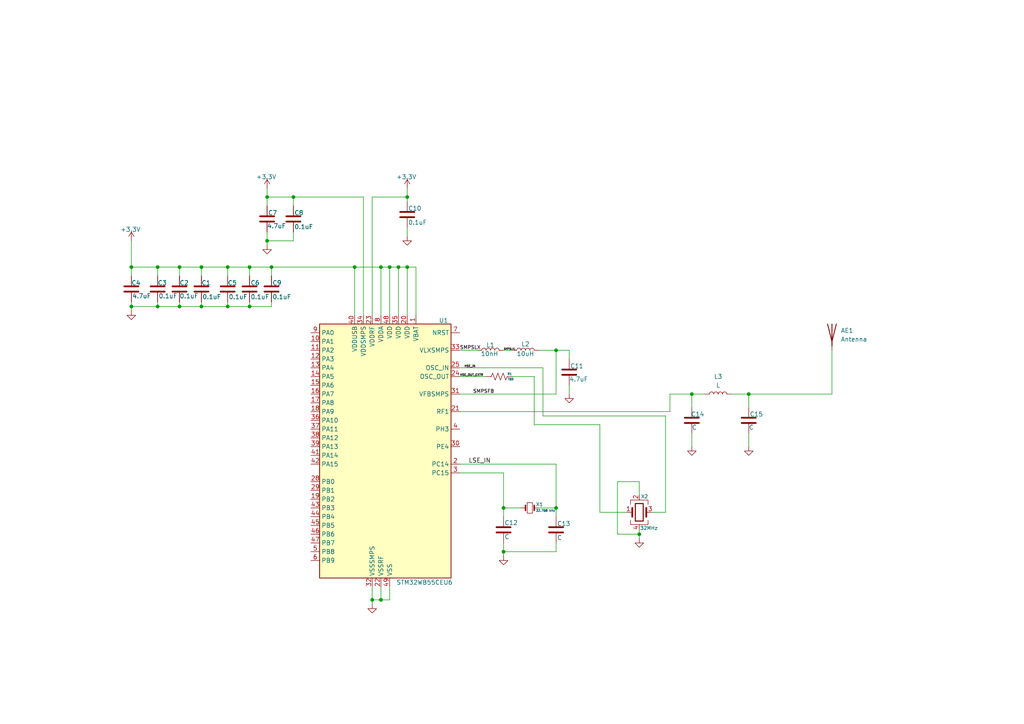
<source format=kicad_sch>
(kicad_sch (version 20231120) (generator "eeschema") (generator_version "8.0")
  (paper "A4")
  (lib_symbols
    (symbol "Device:Antenna" (pin_numbers hide) (pin_names (offset 1.016) hide)
      (property "Reference" "AE" (at -1.905 1.905 0))
      (property "Value" "Antenna" (at -1.905 0 0))
      (symbol "Antenna_0_1"
        (polyline (pts (xy 0 2.54) (xy 0 -3.81)) (stroke (width 0.254)))
        (polyline (pts (xy 1.27 2.54) (xy 0 -2.54) (xy -1.27 2.54)) (stroke (width 0.254)))
      )
      (symbol "Antenna_1_1"
        (pin input line (at 0 -5.08 90) (length 2.54) (name "A") (number "1"))
      )
    )
    (symbol "Device:C" (pin_numbers hide) (pin_names (offset 0.254))
      (property "Reference" "C" (at 0.635 2.54 0))
      (property "Value" "C" (at 0.635 -2.54 0))
      (symbol "C_0_1"
        (polyline (pts (xy -2.032 -0.762) (xy 2.032 -0.762)) (stroke (width 0.508)))
        (polyline (pts (xy -2.032 0.762) (xy 2.032 0.762)) (stroke (width 0.508)))
      )
      (symbol "C_1_1"
        (pin passive line (at 0 3.81 270) (length 2.794) (name "~") (number "1"))
        (pin passive line (at 0 -3.81 90) (length 2.794) (name "~") (number "2"))
      )
    )
    (symbol "Device:Crystal_GND24" (pin_names (offset 1.016) hide)
      (property "Reference" "Y" (at 3.175 5.08 0))
      (property "Value" "Crystal_GND24" (at 3.175 3.175 0))
      (symbol "Crystal_GND24_0_1"
        (rectangle (start -1.143 2.54) (end 1.143 -2.54) (stroke (width 0.3048)))
        (polyline (pts (xy -2.54 0) (xy -2.032 0)))
        (polyline (pts (xy -2.032 -1.27) (xy -2.032 1.27)) (stroke (width 0.508)))
        (polyline (pts (xy 0 -3.81) (xy 0 -3.556)))
        (polyline (pts (xy 0 3.556) (xy 0 3.81)))
        (polyline (pts (xy 2.032 -1.27) (xy 2.032 1.27)) (stroke (width 0.508)))
        (polyline (pts (xy 2.032 0) (xy 2.54 0)))
        (polyline (pts (xy -2.54 -2.286) (xy -2.54 -3.556) (xy 2.54 -3.556) (xy 2.54 -2.286)))
        (polyline (pts (xy -2.54 2.286) (xy -2.54 3.556) (xy 2.54 3.556) (xy 2.54 2.286)))
      )
      (symbol "Crystal_GND24_1_1"
        (pin passive line (at -3.81 0 0) (length 1.27) (name "1") (number "1"))
        (pin passive line (at 0 5.08 270) (length 1.27) (name "2") (number "2"))
        (pin passive line (at 3.81 0 180) (length 1.27) (name "3") (number "3"))
        (pin passive line (at 0 -5.08 90) (length 1.27) (name "4") (number "4"))
      )
    )
    (symbol "Device:L" (pin_numbers hide) (pin_names (offset 1.016) hide)
      (property "Reference" "L" (at -1.27 0 90))
      (property "Value" "L" (at 1.905 0 90))
      (symbol "L_0_1"
        (arc (start 0 -2.54) (mid 0.6323 -1.905) (end 0 -1.27))
        (arc (start 0 -1.27) (mid 0.6323 -0.635) (end 0 0))
        (arc (start 0 0) (mid 0.6323 0.635) (end 0 1.27))
        (arc (start 0 1.27) (mid 0.6323 1.905) (end 0 2.54))
      )
      (symbol "L_1_1"
        (pin passive line (at 0 3.81 270) (length 1.27) (name "1") (number "1"))
        (pin passive line (at 0 -3.81 90) (length 1.27) (name "2") (number "2"))
      )
    )
    (symbol "MCU_ST_STM32WB:STM32WB55CEUx"
      (property "Reference" "U" (at -17.78 39.37 0))
      (property "Value" "STM32WB55CEUx" (at 12.7 39.37 0))
      (symbol "STM32WB55CEUx_0_1"
        (rectangle (start -17.78 -35.56) (end 20.32 38.1) (stroke (width 0.254)) (fill (type background)))
      )
      (symbol "STM32WB55CEUx_1_1"
        (pin power_in line (at -7.62 40.64 270) (length 2.54) (name "VBAT") (number "1"))
        (pin bidirectional line (at 22.86 33.02 180) (length 2.54) (name "PA1") (number "10"))
        (pin bidirectional line (at 22.86 30.48 180) (length 2.54) (name "PA2") (number "11"))
        (pin bidirectional line (at 22.86 27.94 180) (length 2.54) (name "PA3") (number "12"))
        (pin bidirectional line (at 22.86 25.4 180) (length 2.54) (name "PA4") (number "13"))
        (pin bidirectional line (at 22.86 22.86 180) (length 2.54) (name "PA5") (number "14"))
        (pin bidirectional line (at 22.86 20.32 180) (length 2.54) (name "PA6") (number "15"))
        (pin bidirectional line (at 22.86 17.78 180) (length 2.54) (name "PA7") (number "16"))
        (pin bidirectional line (at 22.86 15.24 180) (length 2.54) (name "PA8") (number "17"))
        (pin bidirectional line (at 22.86 12.7 180) (length 2.54) (name "PA9") (number "18"))
        (pin bidirectional line (at 22.86 -12.7 180) (length 2.54) (name "PB2") (number "19"))
        (pin bidirectional line (at -20.32 -2.54 0) (length 2.54) (name "PC14") (number "2"))
        (pin power_in line (at -5.08 40.64 270) (length 2.54) (name "VDD") (number "20"))
        (pin bidirectional line (at -20.32 12.7 0) (length 2.54) (name "RF1") (number "21"))
        (pin power_in line (at 2.54 -38.1 90) (length 2.54) (name "VSSRF") (number "22"))
        (pin power_in line (at 5.08 40.64 270) (length 2.54) (name "VDDRF") (number "23"))
        (pin input line (at -20.32 22.86 0) (length 2.54) (name "OSC_OUT") (number "24"))
        (pin input line (at -20.32 25.4 0) (length 2.54) (name "OSC_IN") (number "25"))
        (pin no_connect line (at -17.78 -35.56 0) (length 2.54) hide (name "AT0") (number "26"))
        (pin no_connect line (at -17.78 -33.02 0) (length 2.54) hide (name "AT1") (number "27"))
        (pin bidirectional line (at 22.86 -7.62 180) (length 2.54) (name "PB0") (number "28"))
        (pin bidirectional line (at 22.86 -10.16 180) (length 2.54) (name "PB1") (number "29"))
        (pin bidirectional line (at -20.32 -5.08 0) (length 2.54) (name "PC15") (number "3"))
        (pin bidirectional line (at -20.32 2.54 0) (length 2.54) (name "PE4") (number "30"))
        (pin input line (at -20.32 17.78 0) (length 2.54) (name "VFBSMPS") (number "31"))
        (pin power_in line (at 5.08 -38.1 90) (length 2.54) (name "VSSSMPS") (number "32"))
        (pin power_in line (at -20.32 30.48 0) (length 2.54) (name "VLXSMPS") (number "33"))
        (pin power_in line (at 7.62 40.64 270) (length 2.54) (name "VDDSMPS") (number "34"))
        (pin power_in line (at -2.54 40.64 270) (length 2.54) (name "VDD") (number "35"))
        (pin bidirectional line (at 22.86 10.16 180) (length 2.54) (name "PA10") (number "36"))
        (pin bidirectional line (at 22.86 7.62 180) (length 2.54) (name "PA11") (number "37"))
        (pin bidirectional line (at 22.86 5.08 180) (length 2.54) (name "PA12") (number "38"))
        (pin bidirectional line (at 22.86 2.54 180) (length 2.54) (name "PA13") (number "39"))
        (pin bidirectional line (at -20.32 7.62 0) (length 2.54) (name "PH3") (number "4"))
        (pin power_in line (at 10.16 40.64 270) (length 2.54) (name "VDDUSB") (number "40"))
        (pin bidirectional line (at 22.86 0 180) (length 2.54) (name "PA14") (number "41"))
        (pin bidirectional line (at 22.86 -2.54 180) (length 2.54) (name "PA15") (number "42"))
        (pin bidirectional line (at 22.86 -15.24 180) (length 2.54) (name "PB3") (number "43"))
        (pin bidirectional line (at 22.86 -17.78 180) (length 2.54) (name "PB4") (number "44"))
        (pin bidirectional line (at 22.86 -20.32 180) (length 2.54) (name "PB5") (number "45"))
        (pin bidirectional line (at 22.86 -22.86 180) (length 2.54) (name "PB6") (number "46"))
        (pin bidirectional line (at 22.86 -25.4 180) (length 2.54) (name "PB7") (number "47"))
        (pin power_in line (at 0 40.64 270) (length 2.54) (name "VDD") (number "48"))
        (pin power_in line (at 0 -38.1 90) (length 2.54) (name "VSS") (number "49"))
        (pin bidirectional line (at 22.86 -27.94 180) (length 2.54) (name "PB8") (number "5"))
        (pin bidirectional line (at 22.86 -30.48 180) (length 2.54) (name "PB9") (number "6"))
        (pin input line (at -20.32 35.56 0) (length 2.54) (name "NRST") (number "7"))
        (pin power_in line (at 2.54 40.64 270) (length 2.54) (name "VDDA") (number "8"))
        (pin bidirectional line (at 22.86 35.56 180) (length 2.54) (name "PA0") (number "9"))
      )
    )
    (symbol "SparkFun-Capacitor:0.1uF_0603_25V_20%" (pin_numbers hide) (pin_names (offset 0.254))
      (property "Reference" "C" (at 0.635 2.54 0))
      (property "Value" "0.1uF" (at 0.635 -2.54 0))
      (property "Voltage" "25V" (at 0 -6.35 0))
      (property "Tolerance" "20%" (at 0 -8.89 0))
      (symbol "0.1uF_0603_25V_20%_0_1"
        (polyline (pts (xy -2.032 -0.762) (xy 2.032 -0.762)) (stroke (width 0.508)))
        (polyline (pts (xy -2.032 0.762) (xy 2.032 0.762)) (stroke (width 0.508)))
      )
      (symbol "0.1uF_0603_25V_20%_1_1"
        (pin passive line (at 0 3.81 270) (length 2.794) (name "~") (number "1"))
        (pin passive line (at 0 -3.81 90) (length 2.794) (name "~") (number "2"))
      )
    )
    (symbol "SparkFun-Capacitor:4.7uF_0603_35V_20%" (pin_numbers hide) (pin_names (offset 0.254))
      (property "Reference" "C" (at 0.635 2.54 0))
      (property "Value" "4.7uF" (at 0.635 -2.54 0))
      (property "Voltage" "35V" (at 0 -6.35 0))
      (property "Tolerance" "20%" (at 0 -8.89 0))
      (symbol "4.7uF_0603_35V_20%_0_1"
        (polyline (pts (xy -2.032 -0.762) (xy 2.032 -0.762)) (stroke (width 0.508)))
        (polyline (pts (xy -2.032 0.762) (xy 2.032 0.762)) (stroke (width 0.508)))
      )
      (symbol "4.7uF_0603_35V_20%_1_1"
        (pin passive line (at 0 3.81 270) (length 2.794) (name "~") (number "1"))
        (pin passive line (at 0 -3.81 90) (length 2.794) (name "~") (number "2"))
      )
    )
    (symbol "SparkFun-Clock:Crystal" (pin_numbers hide) (pin_names (offset 1.016) hide)
      (property "Reference" "Y" (at 0 2.54 0))
      (property "Value" "Crystal" (at 0 -2.54 0))
      (symbol "Crystal_0_1"
        (rectangle (start -0.762 -1.524) (end 0.762 1.524))
        (polyline (pts (xy -1.27 -0.762) (xy -1.27 0.762)) (stroke (width 0.381)))
        (polyline (pts (xy 1.27 -0.762) (xy 1.27 0.762)) (stroke (width 0.381)))
      )
      (symbol "Crystal_1_1"
        (pin passive line (at -2.54 0 0) (length 1.27) (name "1") (number "1"))
        (pin passive line (at 2.54 0 180) (length 1.27) (name "2") (number "2"))
      )
    )
    (symbol "SparkFun-Resistor:330_0603" (pin_numbers hide) (pin_names (offset 0))
      (property "Reference" "R" (at 0 -2.54 0))
      (property "Value" "330" (at 0 2.54 0))
      (symbol "330_0603_0_1"
        (polyline (pts (xy -2.286 0) (xy -2.54 0)))
        (polyline (pts (xy 2.286 0) (xy 2.54 0)))
        (polyline (pts (xy -0.762 0) (xy -1.143 -1.016) (xy -1.524 0) (xy -1.905 1.016) (xy -2.286 0)))
        (polyline (pts (xy 0.762 0) (xy 0.381 -1.016) (xy 0 0) (xy -0.381 1.016) (xy -0.762 0)))
        (polyline (pts (xy 2.286 0) (xy 1.905 -1.016) (xy 1.524 0) (xy 1.143 1.016) (xy 0.762 0)))
      )
      (symbol "330_0603_1_1"
        (pin passive line (at 3.81 0 180) (length 1.27) (name "~") (number "1"))
        (pin passive line (at -3.81 0 0) (length 1.27) (name "~") (number "2"))
      )
    )
    (symbol "power:+3.3V" (power) (pin_numbers hide) (pin_names (offset 0) hide)
      (property "Value" "+3.3V" (at 0 3.556 0))
      (symbol "+3.3V_0_1"
        (polyline (pts (xy -0.762 1.27) (xy 0 2.54)))
        (polyline (pts (xy 0 0) (xy 0 2.54)))
        (polyline (pts (xy 0 2.54) (xy 0.762 1.27)))
      )
      (symbol "+3.3V_1_1"
        (pin power_in line (at 0 0 90) (length 0) (name "~") (number "1"))
      )
    )
    (symbol "power:GND" (power) (pin_numbers hide) (pin_names (offset 0) hide)
      (property "Value" "GND" (at 0 -3.81 0))
      (symbol "GND_0_1"
        (polyline (pts (xy 0 0) (xy 0 -1.27) (xy 1.27 -1.27) (xy 0 -2.54) (xy -1.27 -1.27) (xy 0 -1.27)))
      )
      (symbol "GND_1_1"
        (pin power_in line (at 0 0 270) (length 0) (name "~") (number "1"))
      )
    )
  )
  (junction (at 77.47 57.15))
  (junction (at 185.42 154.94))
  (junction (at 58.42 88.9))
  (junction (at 78.74 77.47))
  (junction (at 38.1 77.47))
  (junction (at 77.47 69.85))
  (junction (at 118.11 77.47))
  (junction (at 118.11 57.15))
  (junction (at 58.42 77.47))
  (junction (at 52.07 88.9))
  (junction (at 146.05 147.32))
  (junction (at 217.17 114.3))
  (junction (at 45.72 77.47))
  (junction (at 85.09 57.15))
  (junction (at 72.39 77.47))
  (junction (at 107.95 173.99))
  (junction (at 66.04 88.9))
  (junction (at 200.66 114.3))
  (junction (at 52.07 77.47))
  (junction (at 110.49 173.99))
  (junction (at 45.72 88.9))
  (junction (at 115.57 77.47))
  (junction (at 161.29 147.32))
  (junction (at 66.04 77.47))
  (junction (at 110.49 77.47))
  (junction (at 102.87 77.47))
  (junction (at 38.1 88.9))
  (junction (at 146.05 160.02))
  (junction (at 161.29 101.6))
  (junction (at 113.03 77.47))
  (junction (at 72.39 88.9))
  (wire (pts (xy 179.07 139.7) (xy 179.07 154.94)))
  (wire (pts (xy 105.41 91.44) (xy 105.41 57.15)))
  (wire (pts (xy 52.07 87.63) (xy 52.07 88.9)))
  (wire (pts (xy 77.47 57.15) (xy 77.47 59.69)))
  (wire (pts (xy 161.29 134.62) (xy 161.29 147.32)))
  (wire (pts (xy 193.04 120.65) (xy 157.48 120.65)))
  (wire (pts (xy 115.57 91.44) (xy 115.57 77.47)))
  (wire (pts (xy 212.09 114.3) (xy 217.17 114.3)))
  (wire (pts (xy 113.03 170.18) (xy 113.03 173.99)))
  (wire (pts (xy 185.42 139.7) (xy 179.07 139.7)))
  (wire (pts (xy 107.95 173.99) (xy 107.95 175.26)))
  (wire (pts (xy 193.04 148.59) (xy 193.04 120.65)))
  (wire (pts (xy 58.42 87.63) (xy 58.42 88.9)))
  (wire (pts (xy 45.72 80.01) (xy 45.72 77.47)))
  (wire (pts (xy 118.11 66.04) (xy 118.11 68.58)))
  (wire (pts (xy 194.31 119.38) (xy 194.31 114.3)))
  (wire (pts (xy 58.42 88.9) (xy 52.07 88.9)))
  (wire (pts (xy 52.07 77.47) (xy 58.42 77.47)))
  (wire (pts (xy 120.65 91.44) (xy 120.65 77.47)))
  (wire (pts (xy 161.29 160.02) (xy 146.05 160.02)))
  (wire (pts (xy 179.07 154.94) (xy 185.42 154.94)))
  (wire (pts (xy 113.03 91.44) (xy 113.03 77.47)))
  (wire (pts (xy 72.39 87.63) (xy 72.39 88.9)))
  (wire (pts (xy 148.59 109.22) (xy 154.94 109.22)))
  (wire (pts (xy 189.23 148.59) (xy 193.04 148.59)))
  (wire (pts (xy 173.99 123.19) (xy 154.94 123.19)))
  (wire (pts (xy 85.09 67.31) (xy 85.09 69.85)))
  (wire (pts (xy 77.47 57.15) (xy 77.47 54.61)))
  (wire (pts (xy 161.29 114.3) (xy 161.29 101.6)))
  (wire (pts (xy 58.42 80.01) (xy 58.42 77.47)))
  (wire (pts (xy 78.74 88.9) (xy 72.39 88.9)))
  (wire (pts (xy 154.94 123.19) (xy 154.94 109.22)))
  (wire (pts (xy 72.39 77.47) (xy 72.39 80.01)))
  (wire (pts (xy 115.57 77.47) (xy 113.03 77.47)))
  (wire (pts (xy 161.29 101.6) (xy 156.21 101.6)))
  (wire (pts (xy 105.41 57.15) (xy 85.09 57.15)))
  (wire (pts (xy 38.1 77.47) (xy 45.72 77.47)))
  (wire (pts (xy 85.09 69.85) (xy 77.47 69.85)))
  (wire (pts (xy 113.03 77.47) (xy 110.49 77.47)))
  (wire (pts (xy 102.87 77.47) (xy 78.74 77.47)))
  (wire (pts (xy 200.66 114.3) (xy 200.66 118.11)))
  (wire (pts (xy 110.49 77.47) (xy 110.49 91.44)))
  (wire (pts (xy 146.05 157.48) (xy 146.05 160.02)))
  (wire (pts (xy 165.1 101.6) (xy 161.29 101.6)))
  (wire (pts (xy 161.29 147.32) (xy 156.21 147.32)))
  (wire (pts (xy 78.74 77.47) (xy 72.39 77.47)))
  (wire (pts (xy 133.35 119.38) (xy 194.31 119.38)))
  (wire (pts (xy 133.35 134.62) (xy 161.29 134.62)))
  (wire (pts (xy 151.13 147.32) (xy 146.05 147.32)))
  (wire (pts (xy 118.11 57.15) (xy 118.11 54.61)))
  (wire (pts (xy 66.04 77.47) (xy 72.39 77.47)))
  (wire (pts (xy 146.05 147.32) (xy 146.05 149.86)))
  (wire (pts (xy 110.49 77.47) (xy 102.87 77.47)))
  (wire (pts (xy 165.1 111.76) (xy 165.1 114.3)))
  (wire (pts (xy 146.05 160.02) (xy 146.05 161.29)))
  (wire (pts (xy 110.49 173.99) (xy 107.95 173.99)))
  (wire (pts (xy 133.35 109.22) (xy 140.97 109.22)))
  (wire (pts (xy 38.1 69.85) (xy 38.1 77.47)))
  (wire (pts (xy 181.61 148.59) (xy 173.99 148.59)))
  (wire (pts (xy 217.17 125.73) (xy 217.17 129.54)))
  (wire (pts (xy 107.95 91.44) (xy 107.95 57.15)))
  (wire (pts (xy 217.17 114.3) (xy 217.17 118.11)))
  (wire (pts (xy 102.87 91.44) (xy 102.87 77.47)))
  (wire (pts (xy 85.09 57.15) (xy 85.09 59.69)))
  (wire (pts (xy 133.35 114.3) (xy 161.29 114.3)))
  (wire (pts (xy 45.72 77.47) (xy 52.07 77.47)))
  (wire (pts (xy 107.95 170.18) (xy 107.95 173.99)))
  (wire (pts (xy 110.49 170.18) (xy 110.49 173.99)))
  (wire (pts (xy 66.04 87.63) (xy 66.04 88.9)))
  (wire (pts (xy 66.04 88.9) (xy 58.42 88.9)))
  (wire (pts (xy 157.48 120.65) (xy 157.48 106.68)))
  (wire (pts (xy 52.07 88.9) (xy 45.72 88.9)))
  (wire (pts (xy 52.07 80.01) (xy 52.07 77.47)))
  (wire (pts (xy 66.04 77.47) (xy 66.04 80.01)))
  (wire (pts (xy 118.11 77.47) (xy 115.57 77.47)))
  (wire (pts (xy 78.74 77.47) (xy 78.74 80.01)))
  (wire (pts (xy 58.42 77.47) (xy 66.04 77.47)))
  (wire (pts (xy 146.05 137.16) (xy 133.35 137.16)))
  (wire (pts (xy 161.29 147.32) (xy 161.29 149.86)))
  (wire (pts (xy 217.17 114.3) (xy 241.3 114.3)))
  (wire (pts (xy 194.31 114.3) (xy 200.66 114.3)))
  (wire (pts (xy 173.99 148.59) (xy 173.99 123.19)))
  (wire (pts (xy 185.42 153.67) (xy 185.42 154.94)))
  (wire (pts (xy 45.72 87.63) (xy 45.72 88.9)))
  (wire (pts (xy 241.3 114.3) (xy 241.3 101.6)))
  (wire (pts (xy 118.11 57.15) (xy 118.11 58.42)))
  (wire (pts (xy 120.65 77.47) (xy 118.11 77.47)))
  (wire (pts (xy 45.72 88.9) (xy 38.1 88.9)))
  (wire (pts (xy 185.42 143.51) (xy 185.42 139.7)))
  (wire (pts (xy 146.05 101.6) (xy 148.59 101.6)))
  (wire (pts (xy 200.66 125.73) (xy 200.66 129.54)))
  (wire (pts (xy 165.1 104.14) (xy 165.1 101.6)))
  (wire (pts (xy 38.1 88.9) (xy 38.1 90.17)))
  (wire (pts (xy 77.47 67.31) (xy 77.47 69.85)))
  (wire (pts (xy 118.11 91.44) (xy 118.11 77.47)))
  (wire (pts (xy 161.29 157.48) (xy 161.29 160.02)))
  (wire (pts (xy 157.48 106.68) (xy 133.35 106.68)))
  (wire (pts (xy 113.03 173.99) (xy 110.49 173.99)))
  (wire (pts (xy 38.1 87.63) (xy 38.1 88.9)))
  (wire (pts (xy 107.95 57.15) (xy 118.11 57.15)))
  (wire (pts (xy 38.1 80.01) (xy 38.1 77.47)))
  (wire (pts (xy 72.39 88.9) (xy 66.04 88.9)))
  (wire (pts (xy 85.09 57.15) (xy 77.47 57.15)))
  (wire (pts (xy 77.47 69.85) (xy 77.47 71.12)))
  (wire (pts (xy 133.35 101.6) (xy 138.43 101.6)))
  (wire (pts (xy 185.42 154.94) (xy 185.42 156.21)))
  (wire (pts (xy 200.66 114.3) (xy 204.47 114.3)))
  (wire (pts (xy 146.05 147.32) (xy 146.05 137.16)))
  (wire (pts (xy 78.74 87.63) (xy 78.74 88.9)))
  (label "SMPSLXL" (at 146.05 101.6 0) (effects (font (size 0.508 0.508))))
  (label "HSE_OUT_EXTR" (at 133.35 109.22 0) (effects (font (size 0.6096 0.6096))))
  (label "SMPSLX" (at 133.35 101.6 0) (effects (font (size 1.016 1.016))))
  (label "LSE_IN" (at 135.89 134.62 0))
  (label "SMPSFB" (at 137.16 114.3 0) (effects (font (size 1.016 1.016))))
  (label "HSE_IN" (at 134.62 106.68 0) (effects (font (size 0.6096 0.6096))))
  (symbol (lib_id "SparkFun-Capacitor:0.1uF_0603_25V_20%") (at 78.74 83.82 0) (unit 1)
    (property "Reference" "C9" (at 78.994 82.042 0) (effects (justify left)))
    (property "Value" "0.1uF" (at 78.994 86.106 0) (effects (justify left)))
    (property "Footprint" "SparkFun-Capacitor:C_0603_1608Metric" (effects (hide yes)))
    (property "Datasheet" "https://cdn.sparkfun.com/assets/8/a/4/a/5/Kemet_Capacitor_Datasheet.pdf" (effects (hide yes)))
    (property "Description" "Unpolarized capacitor" (effects (hide yes)))
    (property "PROD_ID" "CAP-00810" (effects (hide yes)))
    (property "Voltage" "25V" (effects (hide yes)))
    (property "Tolerance" "20%" (effects (hide yes)))
  )
  (symbol (lib_id "power:+3.3V") (at 77.47 54.61 0) (unit 1)
    (property "Reference" "#PWR03" (effects (hide yes)))
    (property "Value" "+3.3V" (at 77.216 51.308 0))
    (property "Description" "Power symbol creates a global label with name \"+3.3V\"" (effects (hide yes)))
  )
  (symbol (lib_id "power:GND") (at 217.17 129.54 0) (unit 1)
    (property "Reference" "#PWR012" (effects (hide yes)))
    (property "Value" "GND" (effects (hide yes)))
    (property "Description" "Power symbol creates a global label with name \"GND\" , ground" (effects (hide yes)))
  )
  (symbol (lib_id "Device:C") (at 200.66 121.92 0) (unit 1)
    (property "Reference" "C14" (at 200.406 120.142 0) (effects (justify left)))
    (property "Value" "C" (at 200.66 123.952 0) (effects (justify left)))
    (property "Description" "Unpolarized capacitor" (effects (hide yes)))
  )
  (symbol (lib_id "Device:C") (at 161.29 153.67 0) (unit 1)
    (property "Reference" "C13" (at 161.544 151.892 0) (effects (justify left)))
    (property "Value" "C" (at 161.544 155.956 0) (effects (justify left)))
    (property "Description" "Unpolarized capacitor" (effects (hide yes)))
  )
  (symbol (lib_id "SparkFun-Capacitor:4.7uF_0603_35V_20%") (at 165.1 107.95 0) (unit 1)
    (property "Reference" "C11" (at 165.354 106.172 0) (effects (justify left)))
    (property "Value" "4.7uF" (at 165.1 109.982 0) (effects (justify left)))
    (property "Footprint" "SparkFun-Capacitor:C_0603_1608Metric" (effects (hide yes)))
    (property "Datasheet" "https://cdn.sparkfun.com/assets/8/a/4/a/5/Kemet_Capacitor_Datasheet.pdf" (effects (hide yes)))
    (property "Description" "Unpolarized capacitor" (effects (hide yes)))
    (property "PROD_ID" "CAP-14106" (effects (hide yes)))
    (property "Voltage" "35V" (effects (hide yes)))
    (property "Tolerance" "20%" (effects (hide yes)))
  )
  (symbol (lib_id "SparkFun-Capacitor:0.1uF_0603_25V_20%") (at 66.04 83.82 0) (unit 1)
    (property "Reference" "C5" (at 66.04 82.042 0) (effects (justify left)))
    (property "Value" "0.1uF" (at 66.294 86.106 0) (effects (justify left)))
    (property "Footprint" "SparkFun-Capacitor:C_0603_1608Metric" (effects (hide yes)))
    (property "Datasheet" "https://cdn.sparkfun.com/assets/8/a/4/a/5/Kemet_Capacitor_Datasheet.pdf" (effects (hide yes)))
    (property "Description" "Unpolarized capacitor" (effects (hide yes)))
    (property "PROD_ID" "CAP-00810" (effects (hide yes)))
    (property "Voltage" "25V" (effects (hide yes)))
    (property "Tolerance" "20%" (effects (hide yes)))
  )
  (symbol (lib_id "power:GND") (at 118.11 68.58 0) (unit 1)
    (property "Reference" "#PWR07" (effects (hide yes)))
    (property "Value" "GND" (effects (hide yes)))
    (property "Description" "Power symbol creates a global label with name \"GND\" , ground" (effects (hide yes)))
  )
  (symbol (lib_id "SparkFun-Capacitor:0.1uF_0603_25V_20%") (at 72.39 83.82 0) (unit 1)
    (property "Reference" "C6" (at 72.644 82.042 0) (effects (justify left)))
    (property "Value" "0.1uF" (at 72.644 86.106 0) (effects (justify left)))
    (property "Footprint" "SparkFun-Capacitor:C_0603_1608Metric" (effects (hide yes)))
    (property "Datasheet" "https://cdn.sparkfun.com/assets/8/a/4/a/5/Kemet_Capacitor_Datasheet.pdf" (effects (hide yes)))
    (property "Description" "Unpolarized capacitor" (effects (hide yes)))
    (property "PROD_ID" "CAP-00810" (effects (hide yes)))
    (property "Voltage" "25V" (effects (hide yes)))
    (property "Tolerance" "20%" (effects (hide yes)))
  )
  (symbol (lib_id "Device:L") (at 152.4 101.6 90) (unit 1)
    (property "Reference" "L2" (at 152.4 99.822 90))
    (property "Value" "10uH" (at 152.4 102.616 90))
    (property "Description" "Inductor" (effects (hide yes)))
  )
  (symbol (lib_id "power:GND") (at 146.05 161.29 0) (unit 1)
    (property "Reference" "#PWR010" (effects (hide yes)))
    (property "Value" "GND" (effects (hide yes)))
    (property "Description" "Power symbol creates a global label with name \"GND\" , ground" (effects (hide yes)))
  )
  (symbol (lib_id "Device:L") (at 142.24 101.6 90) (unit 1)
    (property "Reference" "L1" (at 142.24 100.076 90))
    (property "Value" "10nH" (at 141.986 102.616 90))
    (property "Footprint" "Inductor_SMD:L_0603_1608Metric" (effects (hide yes)))
    (property "Description" "Inductor" (effects (hide yes)))
  )
  (symbol (lib_id "SparkFun-Capacitor:0.1uF_0603_25V_20%") (at 118.11 62.23 0) (unit 1)
    (property "Reference" "C10" (at 118.364 60.452 0) (effects (justify left)))
    (property "Value" "0.1uF" (at 118.364 64.516 0) (effects (justify left)))
    (property "Footprint" "SparkFun-Capacitor:C_0603_1608Metric" (effects (hide yes)))
    (property "Datasheet" "https://cdn.sparkfun.com/assets/8/a/4/a/5/Kemet_Capacitor_Datasheet.pdf" (effects (hide yes)))
    (property "Description" "Unpolarized capacitor" (effects (hide yes)))
    (property "PROD_ID" "CAP-00810" (effects (hide yes)))
    (property "Voltage" "25V" (effects (hide yes)))
    (property "Tolerance" "20%" (effects (hide yes)))
  )
  (symbol (lib_id "SparkFun-Capacitor:0.1uF_0603_25V_20%") (at 52.07 83.82 0) (unit 1)
    (property "Reference" "C2" (at 52.07 82.042 0) (effects (justify left)))
    (property "Value" "0.1uF" (at 52.07 85.852 0) (effects (justify left)))
    (property "Footprint" "SparkFun-Capacitor:C_0603_1608Metric" (effects (hide yes)))
    (property "Datasheet" "https://cdn.sparkfun.com/assets/8/a/4/a/5/Kemet_Capacitor_Datasheet.pdf" (effects (hide yes)))
    (property "Description" "Unpolarized capacitor" (effects (hide yes)))
    (property "PROD_ID" "CAP-00810" (effects (hide yes)))
    (property "Voltage" "25V" (effects (hide yes)))
    (property "Tolerance" "20%" (effects (hide yes)))
  )
  (symbol (lib_id "power:+3.3V") (at 118.11 54.61 0) (unit 1)
    (property "Reference" "#PWR05" (effects (hide yes)))
    (property "Value" "+3.3V" (at 117.856 51.308 0))
    (property "Description" "Power symbol creates a global label with name \"+3.3V\"" (effects (hide yes)))
  )
  (symbol (lib_id "power:GND") (at 107.95 175.26 0) (unit 1)
    (property "Reference" "#PWR01" (effects (hide yes)))
    (property "Value" "GND" (effects (hide yes)))
    (property "Description" "Power symbol creates a global label with name \"GND\" , ground" (effects (hide yes)))
  )
  (symbol (lib_id "Device:Crystal_GND24") (at 185.42 148.59 0) (unit 1)
    (property "Reference" "X2" (at 186.944 144.018 0) (effects (font (size 1.016 1.016))))
    (property "Value" "32MHz" (at 188.214 153.162 0) (effects (font (size 1.016 1.016))))
    (property "Description" "Four pin crystal, GND on pins 2 and 4" (effects (hide yes)))
  )
  (symbol (lib_id "power:GND") (at 165.1 114.3 0) (unit 1)
    (property "Reference" "#PWR08" (effects (hide yes)))
    (property "Value" "GND" (effects (hide yes)))
    (property "Description" "Power symbol creates a global label with name \"GND\" , ground" (effects (hide yes)))
  )
  (symbol (lib_id "Device:L") (at 208.28 114.3 90) (unit 1)
    (property "Reference" "L3" (at 208.28 109.22 90))
    (property "Value" "L" (at 208.28 111.76 90))
    (property "Description" "Inductor" (effects (hide yes)))
  )
  (symbol (lib_id "power:GND") (at 77.47 71.12 0) (unit 1)
    (property "Reference" "#PWR04" (effects (hide yes)))
    (property "Value" "GND" (effects (hide yes)))
    (property "Description" "Power symbol creates a global label with name \"GND\" , ground" (effects (hide yes)))
  )
  (symbol (lib_id "SparkFun-Capacitor:4.7uF_0603_35V_20%") (at 77.47 63.5 0) (unit 1)
    (property "Reference" "C7" (at 77.724 61.722 0) (effects (justify left)))
    (property "Value" "4.7uF" (at 77.47 65.532 0) (effects (justify left)))
    (property "Footprint" "SparkFun-Capacitor:C_0603_1608Metric" (effects (hide yes)))
    (property "Datasheet" "https://cdn.sparkfun.com/assets/8/a/4/a/5/Kemet_Capacitor_Datasheet.pdf" (effects (hide yes)))
    (property "Description" "Unpolarized capacitor" (effects (hide yes)))
    (property "PROD_ID" "CAP-14106" (effects (hide yes)))
    (property "Voltage" "35V" (effects (hide yes)))
    (property "Tolerance" "20%" (effects (hide yes)))
  )
  (symbol (lib_id "Device:C") (at 146.05 153.67 0) (unit 1)
    (property "Reference" "C12" (at 146.304 151.638 0) (effects (justify left)))
    (property "Value" "C" (at 146.304 155.702 0) (effects (justify left)))
    (property "Description" "Unpolarized capacitor" (effects (hide yes)))
  )
  (symbol (lib_id "SparkFun-Capacitor:0.1uF_0603_25V_20%") (at 45.72 83.82 0) (unit 1)
    (property "Reference" "C3" (at 45.72 82.042 0) (effects (justify left)))
    (property "Value" "0.1uF" (at 45.974 85.852 0) (effects (justify left)))
    (property "Footprint" "SparkFun-Capacitor:C_0603_1608Metric" (effects (hide yes)))
    (property "Datasheet" "https://cdn.sparkfun.com/assets/8/a/4/a/5/Kemet_Capacitor_Datasheet.pdf" (effects (hide yes)))
    (property "Description" "Unpolarized capacitor" (effects (hide yes)))
    (property "PROD_ID" "CAP-00810" (effects (hide yes)))
    (property "Voltage" "25V" (effects (hide yes)))
    (property "Tolerance" "20%" (effects (hide yes)))
  )
  (symbol (lib_id "power:+3.3V") (at 38.1 69.85 0) (unit 1)
    (property "Reference" "#PWR02" (effects (hide yes)))
    (property "Value" "+3.3V" (at 37.846 66.548 0))
    (property "Description" "Power symbol creates a global label with name \"+3.3V\"" (effects (hide yes)))
  )
  (symbol (lib_id "SparkFun-Capacitor:4.7uF_0603_35V_20%") (at 38.1 83.82 0) (unit 1)
    (property "Reference" "C4" (at 38.1 82.042 0) (effects (justify left)))
    (property "Value" "4.7uF" (at 38.354 85.852 0) (effects (justify left)))
    (property "Footprint" "SparkFun-Capacitor:C_0603_1608Metric" (effects (hide yes)))
    (property "Datasheet" "https://cdn.sparkfun.com/assets/8/a/4/a/5/Kemet_Capacitor_Datasheet.pdf" (effects (hide yes)))
    (property "Description" "Unpolarized capacitor" (effects (hide yes)))
    (property "PROD_ID" "CAP-14106" (effects (hide yes)))
    (property "Voltage" "35V" (effects (hide yes)))
    (property "Tolerance" "20%" (effects (hide yes)))
  )
  (symbol (lib_id "MCU_ST_STM32WB:STM32WB55CEUx") (at 113.03 132.08 0) (mirror y) (unit 1)
    (property "Reference" "U1" (at 130.048 92.964 0) (effects (justify left)))
    (property "Value" "STM32WB55CEU6" (at 131.318 168.91 0) (effects (justify left)))
    (property "Footprint" "Package_DFN_QFN:QFN-48-1EP_7x7mm_P0.5mm_EP5.6x5.6mm" (effects (hide yes)))
    (property "Datasheet" "https://www.st.com/resource/en/datasheet/stm32wb55ce.pdf" (effects (hide yes)))
    (property "Description" "STMicroelectronics Arm Cortex-M4 MCU, 512KB flash, 256KB RAM, 64 MHz, 1.71-3.6V, 30 GPIO, UFQFPN48" (effects (hide yes)))
  )
  (symbol (lib_id "SparkFun-Clock:Crystal") (at 153.67 147.32 0) (unit 1)
    (property "Reference" "X1" (at 156.464 146.304 0) (effects (font (size 1.016 1.016))))
    (property "Value" "32.768 kHz" (at 158.242 148.082 0) (effects (font (size 0.635 0.635))))
    (property "Footprint" "Crystal:Crystal_SMD_2012-2Pin_2.0x1.2mm" (effects (hide yes)))
    (property "Description" "Crystal" (effects (hide yes)))
    (property "PROD_ID" "XTAL-" (effects (hide yes)))
  )
  (symbol (lib_id "power:GND") (at 38.1 90.17 0) (unit 1)
    (property "Reference" "#PWR06" (effects (hide yes)))
    (property "Value" "GND" (effects (hide yes)))
    (property "Description" "Power symbol creates a global label with name \"GND\" , ground" (effects (hide yes)))
  )
  (symbol (lib_id "SparkFun-Resistor:330_0603") (at 144.78 109.22 0) (unit 1)
    (property "Reference" "R1" (at 147.828 108.458 0) (effects (font (size 0.6096 0.6096))))
    (property "Value" "TBD" (at 148.082 109.982 0) (effects (font (size 0.6096 0.6096))))
    (property "Footprint" "SparkFun-Resistor:R_0603_1608Metric" (effects (hide yes)))
    (property "Datasheet" "https://www.vishay.com/docs/20035/dcrcwe3.pdf" (effects (hide yes)))
    (property "Description" "Resistor" (effects (hide yes)))
    (property "PROD_ID" "RES-00818" (effects (hide yes)))
  )
  (symbol (lib_id "SparkFun-Capacitor:0.1uF_0603_25V_20%") (at 58.42 83.82 0) (unit 1)
    (property "Reference" "C1" (at 58.42 82.042 0) (effects (justify left)))
    (property "Value" "0.1uF" (at 58.674 86.106 0) (effects (justify left)))
    (property "Footprint" "SparkFun-Capacitor:C_0603_1608Metric" (effects (hide yes)))
    (property "Datasheet" "https://cdn.sparkfun.com/assets/8/a/4/a/5/Kemet_Capacitor_Datasheet.pdf" (effects (hide yes)))
    (property "Description" "Unpolarized capacitor" (effects (hide yes)))
    (property "PROD_ID" "CAP-00810" (effects (hide yes)))
    (property "Voltage" "25V" (effects (hide yes)))
    (property "Tolerance" "20%" (effects (hide yes)))
  )
  (symbol (lib_id "SparkFun-Capacitor:4.7uF_0603_35V_20%") (at 217.17 121.92 0) (unit 1)
    (property "Reference" "C15" (at 217.424 120.142 0) (effects (justify left)))
    (property "Value" "C" (at 217.17 123.952 0) (effects (justify left)))
    (property "Footprint" "SparkFun-Capacitor:C_0603_1608Metric" (effects (hide yes)))
    (property "Datasheet" "https://cdn.sparkfun.com/assets/8/a/4/a/5/Kemet_Capacitor_Datasheet.pdf" (effects (hide yes)))
    (property "Description" "Unpolarized capacitor" (effects (hide yes)))
    (property "PROD_ID" "CAP-14106" (effects (hide yes)))
    (property "Tolerance" "20%" (effects (hide yes)))
  )
  (symbol (lib_id "Device:Antenna") (at 241.3 96.52 0) (unit 1)
    (property "Reference" "AE1" (at 243.84 95.8849 0) (effects (justify left)))
    (property "Value" "Antenna" (at 243.84 98.4249 0) (effects (justify left)))
    (property "Description" "Antenna" (effects (hide yes)))
  )
  (symbol (lib_id "SparkFun-Capacitor:0.1uF_0603_25V_20%") (at 85.09 63.5 0) (unit 1)
    (property "Reference" "C8" (at 85.344 61.722 0) (effects (justify left)))
    (property "Value" "0.1uF" (at 85.344 65.786 0) (effects (justify left)))
    (property "Footprint" "SparkFun-Capacitor:C_0603_1608Metric" (effects (hide yes)))
    (property "Datasheet" "https://cdn.sparkfun.com/assets/8/a/4/a/5/Kemet_Capacitor_Datasheet.pdf" (effects (hide yes)))
    (property "Description" "Unpolarized capacitor" (effects (hide yes)))
    (property "PROD_ID" "CAP-00810" (effects (hide yes)))
    (property "Voltage" "25V" (effects (hide yes)))
    (property "Tolerance" "20%" (effects (hide yes)))
  )
  (symbol (lib_id "power:GND") (at 185.42 156.21 0) (unit 1)
    (property "Reference" "#PWR09" (effects (hide yes)))
    (property "Value" "GND" (effects (hide yes)))
    (property "Description" "Power symbol creates a global label with name \"GND\" , ground" (effects (hide yes)))
  )
  (symbol (lib_id "power:GND") (at 200.66 129.54 0) (unit 1)
    (property "Reference" "#PWR011" (effects (hide yes)))
    (property "Value" "GND" (effects (hide yes)))
    (property "Description" "Power symbol creates a global label with name \"GND\" , ground" (effects (hide yes)))
  )
)
</source>
